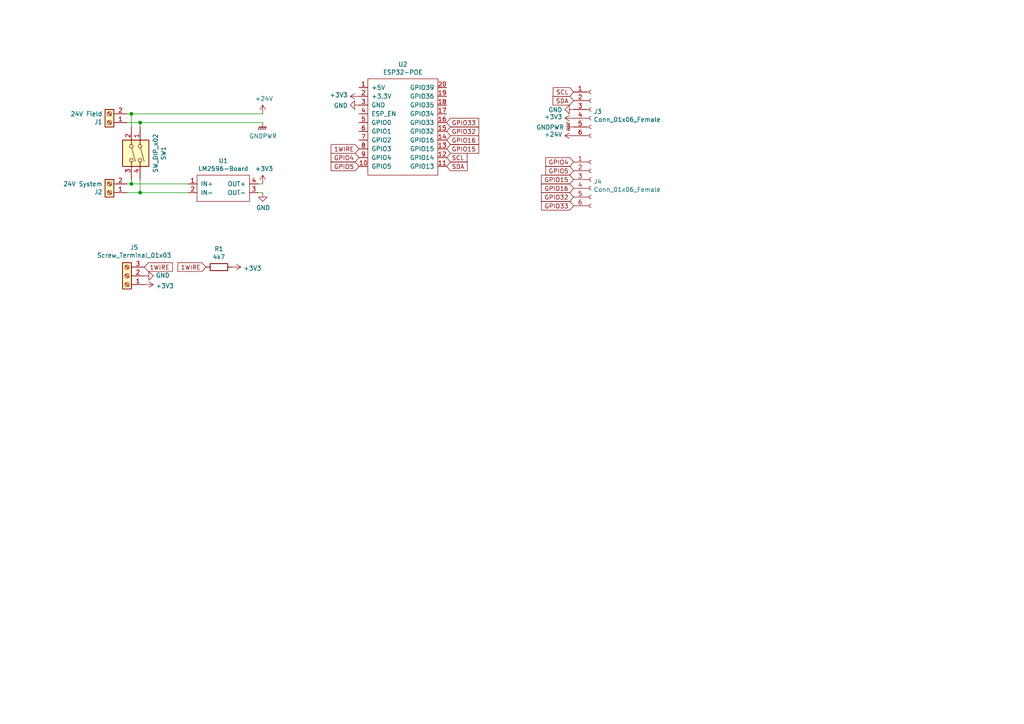
<source format=kicad_sch>
(kicad_sch (version 20210621) (generator eeschema)
  (paper "A4")
  (lib_symbols
    (symbol "Connector:Conn_01x06_Female" (pin_names (offset 1.016) hide)
      (property "Reference" "J" (at 0 7.62 0))
      (property "Value" "Conn_01x06_Female" (at 0 -10.16 0))
      (symbol "Conn_01x06_Female_1_1"
        (arc (start 0 -7.112) (end 0 -8.128) (radius (at 0 -7.62) (length 0.508) (angles 90.1 -90.1)) (stroke (width 0.1524)))
        (arc (start 0 -4.572) (end 0 -5.588) (radius (at 0 -5.08) (length 0.508) (angles 90.1 -90.1)) (stroke (width 0.1524)))
        (arc (start 0 -2.032) (end 0 -3.048) (radius (at 0 -2.54) (length 0.508) (angles 90.1 -90.1)) (stroke (width 0.1524)))
        (arc (start 0 0.508) (end 0 -0.508) (radius (at 0 0) (length 0.508) (angles 90.1 -90.1)) (stroke (width 0.1524)))
        (arc (start 0 3.048) (end 0 2.032) (radius (at 0 2.54) (length 0.508) (angles 90.1 -90.1)) (stroke (width 0.1524)))
        (arc (start 0 5.588) (end 0 4.572) (radius (at 0 5.08) (length 0.508) (angles 90.1 -90.1)) (stroke (width 0.1524)))
        (polyline (pts (xy -1.27 -7.62) (xy -0.508 -7.62)) (stroke (width 0.1524)))
        (polyline (pts (xy -1.27 -5.08) (xy -0.508 -5.08)) (stroke (width 0.1524)))
        (polyline (pts (xy -1.27 -2.54) (xy -0.508 -2.54)) (stroke (width 0.1524)))
        (polyline (pts (xy -1.27 0) (xy -0.508 0)) (stroke (width 0.1524)))
        (polyline (pts (xy -1.27 2.54) (xy -0.508 2.54)) (stroke (width 0.1524)))
        (polyline (pts (xy -1.27 5.08) (xy -0.508 5.08)) (stroke (width 0.1524)))
        (pin passive line (at -5.08 5.08 0) (length 3.81) (name "Pin_1") (number "1"))
        (pin passive line (at -5.08 2.54 0) (length 3.81) (name "Pin_2") (number "2"))
        (pin passive line (at -5.08 0 0) (length 3.81) (name "Pin_3") (number "3"))
        (pin passive line (at -5.08 -2.54 0) (length 3.81) (name "Pin_4") (number "4"))
        (pin passive line (at -5.08 -5.08 0) (length 3.81) (name "Pin_5") (number "5"))
        (pin passive line (at -5.08 -7.62 0) (length 3.81) (name "Pin_6") (number "6"))
      )
    )
    (symbol "Connector:Screw_Terminal_01x02" (pin_names (offset 1.016) hide)
      (property "Reference" "J" (at 0 2.54 0))
      (property "Value" "Screw_Terminal_01x02" (at 0 -5.08 0))
      (symbol "Screw_Terminal_01x02_1_1"
        (circle (center 0 -2.54) (radius 0.635) (stroke (width 0.1524)))
        (circle (center 0 0) (radius 0.635) (stroke (width 0.1524)))
        (rectangle (start -1.27 1.27) (end 1.27 -3.81) (stroke (width 0.254)) (fill (type background)))
        (polyline (pts (xy -0.5334 -2.2098) (xy 0.3302 -3.048)) (stroke (width 0.1524)))
        (polyline (pts (xy -0.5334 0.3302) (xy 0.3302 -0.508)) (stroke (width 0.1524)))
        (polyline (pts (xy -0.3556 -2.032) (xy 0.508 -2.8702)) (stroke (width 0.1524)))
        (polyline (pts (xy -0.3556 0.508) (xy 0.508 -0.3302)) (stroke (width 0.1524)))
        (pin passive line (at -5.08 0 0) (length 3.81) (name "Pin_1") (number "1"))
        (pin passive line (at -5.08 -2.54 0) (length 3.81) (name "Pin_2") (number "2"))
      )
    )
    (symbol "Connector:Screw_Terminal_01x03" (pin_names (offset 1.016) hide)
      (property "Reference" "J" (at 0 5.08 0))
      (property "Value" "Screw_Terminal_01x03" (at 0 -5.08 0))
      (symbol "Screw_Terminal_01x03_1_1"
        (circle (center 0 -2.54) (radius 0.635) (stroke (width 0.1524)))
        (circle (center 0 0) (radius 0.635) (stroke (width 0.1524)))
        (circle (center 0 2.54) (radius 0.635) (stroke (width 0.1524)))
        (rectangle (start -1.27 3.81) (end 1.27 -3.81) (stroke (width 0.254)) (fill (type background)))
        (polyline (pts (xy -0.5334 -2.2098) (xy 0.3302 -3.048)) (stroke (width 0.1524)))
        (polyline (pts (xy -0.5334 0.3302) (xy 0.3302 -0.508)) (stroke (width 0.1524)))
        (polyline (pts (xy -0.5334 2.8702) (xy 0.3302 2.032)) (stroke (width 0.1524)))
        (polyline (pts (xy -0.3556 -2.032) (xy 0.508 -2.8702)) (stroke (width 0.1524)))
        (polyline (pts (xy -0.3556 0.508) (xy 0.508 -0.3302)) (stroke (width 0.1524)))
        (polyline (pts (xy -0.3556 3.048) (xy 0.508 2.2098)) (stroke (width 0.1524)))
        (pin passive line (at -5.08 2.54 0) (length 3.81) (name "Pin_1") (number "1"))
        (pin passive line (at -5.08 0 0) (length 3.81) (name "Pin_2") (number "2"))
        (pin passive line (at -5.08 -2.54 0) (length 3.81) (name "Pin_3") (number "3"))
      )
    )
    (symbol "Device:R" (pin_numbers hide) (pin_names (offset 0))
      (property "Reference" "R" (at 2.032 0 90))
      (property "Value" "R" (at 0 0 90))
      (symbol "R_0_1"
        (rectangle (start -1.016 -2.54) (end 1.016 2.54) (stroke (width 0.254)))
      )
      (symbol "R_1_1"
        (pin passive line (at 0 3.81 270) (length 1.27) (name "~") (number "1"))
        (pin passive line (at 0 -3.81 90) (length 1.27) (name "~") (number "2"))
      )
    )
    (symbol "Switch:SW_DIP_x02" (pin_names (offset 0) hide)
      (property "Reference" "SW" (at 0 6.35 0))
      (property "Value" "SW_DIP_x02" (at 0 -3.81 0))
      (symbol "SW_DIP_x02_0_0"
        (circle (center -2.032 0) (radius 0.508))
        (circle (center -2.032 2.54) (radius 0.508))
        (circle (center 2.032 0) (radius 0.508))
        (circle (center 2.032 2.54) (radius 0.508))
        (polyline (pts (xy -1.524 0.127) (xy 2.3622 1.1684)))
        (polyline (pts (xy -1.524 2.667) (xy 2.3622 3.7084)))
      )
      (symbol "SW_DIP_x02_0_1"
        (rectangle (start -3.81 5.08) (end 3.81 -2.54) (stroke (width 0.254)) (fill (type background)))
      )
      (symbol "SW_DIP_x02_1_1"
        (pin passive line (at -7.62 2.54 0) (length 5.08) (name "~") (number "1"))
        (pin passive line (at -7.62 0 0) (length 5.08) (name "~") (number "2"))
        (pin passive line (at 7.62 0 180) (length 5.08) (name "~") (number "3"))
        (pin passive line (at 7.62 2.54 180) (length 5.08) (name "~") (number "4"))
      )
    )
    (symbol "boards:LM2596-Board" (pin_names (offset 1.016))
      (property "Reference" "U" (at -6.35 5.08 0))
      (property "Value" "LM2596-Board" (at 0 -5.08 0))
      (symbol "LM2596-Board_0_1"
        (rectangle (start -7.62 3.81) (end 7.62 -3.81))
      )
      (symbol "LM2596-Board_1_1"
        (pin power_in line (at -10.16 1.27 0) (length 2.54) (name "IN+") (number "1"))
        (pin power_in line (at -10.16 -1.27 0) (length 2.54) (name "IN-") (number "2"))
        (pin power_out line (at 10.16 -1.27 180) (length 2.54) (name "OUT-") (number "3"))
        (pin power_out line (at 10.16 1.27 180) (length 2.54) (name "OUT+") (number "4"))
      )
    )
    (symbol "olimex:ESP32-POE" (pin_names (offset 1.016))
      (property "Reference" "U" (at -8.89 15.24 0))
      (property "Value" "ESP32-POE" (at 5.08 -15.24 0))
      (symbol "ESP32-POE_0_1"
        (rectangle (start -10.16 13.97) (end 10.16 -13.97))
      )
      (symbol "ESP32-POE_1_1"
        (pin power_in line (at -12.7 11.43 0) (length 2.54) (name "+5V") (number "1"))
        (pin bidirectional line (at -12.7 -11.43 0) (length 2.54) (name "GPIO5") (number "10"))
        (pin bidirectional line (at 12.7 -11.43 180) (length 2.54) (name "GPIO13") (number "11"))
        (pin bidirectional line (at 12.7 -8.89 180) (length 2.54) (name "GPIO14") (number "12"))
        (pin bidirectional line (at 12.7 -6.35 180) (length 2.54) (name "GPIO15") (number "13"))
        (pin bidirectional line (at 12.7 -3.81 180) (length 2.54) (name "GPIO16") (number "14"))
        (pin bidirectional line (at 12.7 -1.27 180) (length 2.54) (name "GPIO32") (number "15"))
        (pin bidirectional line (at 12.7 1.27 180) (length 2.54) (name "GPIO33") (number "16"))
        (pin bidirectional line (at 12.7 3.81 180) (length 2.54) (name "GPIO34") (number "17"))
        (pin bidirectional line (at 12.7 6.35 180) (length 2.54) (name "GPIO35") (number "18"))
        (pin bidirectional line (at 12.7 8.89 180) (length 2.54) (name "GPIO36") (number "19"))
        (pin power_in line (at -12.7 8.89 0) (length 2.54) (name "+3.3V") (number "2"))
        (pin bidirectional line (at 12.7 11.43 180) (length 2.54) (name "GPIO39") (number "20"))
        (pin power_in line (at -12.7 6.35 0) (length 2.54) (name "GND") (number "3"))
        (pin bidirectional line (at -12.7 3.81 0) (length 2.54) (name "ESP_EN") (number "4"))
        (pin bidirectional line (at -12.7 1.27 0) (length 2.54) (name "GPIO0") (number "5"))
        (pin bidirectional line (at -12.7 -1.27 0) (length 2.54) (name "GPIO1") (number "6"))
        (pin bidirectional line (at -12.7 -3.81 0) (length 2.54) (name "GPIO2") (number "7"))
        (pin bidirectional line (at -12.7 -6.35 0) (length 2.54) (name "GPIO3") (number "8"))
        (pin bidirectional line (at -12.7 -8.89 0) (length 2.54) (name "GPIO4") (number "9"))
      )
    )
    (symbol "power:+24V" (power) (pin_names (offset 0))
      (property "Value" "+24V" (at 0 3.556 0))
      (symbol "+24V_0_1"
        (polyline (pts (xy -0.762 1.27) (xy 0 2.54)))
        (polyline (pts (xy 0 0) (xy 0 2.54)))
        (polyline (pts (xy 0 2.54) (xy 0.762 1.27)))
      )
      (symbol "+24V_1_1"
        (pin power_in line (at 0 0 90) (length 0) hide (name "+24V") (number "1"))
      )
    )
    (symbol "power:+3.3V" (power) (pin_names (offset 0))
      (property "Value" "+3.3V" (at 0 3.556 0))
      (symbol "+3.3V_0_1"
        (polyline (pts (xy -0.762 1.27) (xy 0 2.54)))
        (polyline (pts (xy 0 0) (xy 0 2.54)))
        (polyline (pts (xy 0 2.54) (xy 0.762 1.27)))
      )
      (symbol "+3.3V_1_1"
        (pin power_in line (at 0 0 90) (length 0) hide (name "+3V3") (number "1"))
      )
    )
    (symbol "power:GND" (power) (pin_names (offset 0))
      (property "Value" "GND" (at 0 -3.81 0))
      (symbol "GND_0_1"
        (polyline (pts (xy 0 0) (xy 0 -1.27) (xy 1.27 -1.27) (xy 0 -2.54) (xy -1.27 -1.27) (xy 0 -1.27)))
      )
      (symbol "GND_1_1"
        (pin power_in line (at 0 0 270) (length 0) hide (name "GND") (number "1"))
      )
    )
    (symbol "power:GNDPWR" (power) (pin_names (offset 0))
      (property "Value" "GNDPWR" (at 0 -3.302 0))
      (symbol "GNDPWR_0_1"
        (polyline (pts (xy 0 -1.27) (xy 0 0)))
        (polyline (pts (xy -1.016 -1.27) (xy -1.27 -2.032) (xy -1.27 -2.032)) (stroke (width 0.2032)))
        (polyline (pts (xy -0.508 -1.27) (xy -0.762 -2.032) (xy -0.762 -2.032)) (stroke (width 0.2032)))
        (polyline (pts (xy 0 -1.27) (xy -0.254 -2.032) (xy -0.254 -2.032)) (stroke (width 0.2032)))
        (polyline (pts (xy 0.508 -1.27) (xy 0.254 -2.032) (xy 0.254 -2.032)) (stroke (width 0.2032)))
        (polyline (pts (xy 1.016 -1.27) (xy -1.016 -1.27) (xy -1.016 -1.27)) (stroke (width 0.2032)))
        (polyline (pts (xy 1.016 -1.27) (xy 0.762 -2.032) (xy 0.762 -2.032) (xy 0.762 -2.032)) (stroke (width 0.2032)))
      )
      (symbol "GNDPWR_1_1"
        (pin power_in line (at 0 0 270) (length 0) hide (name "GNDPWR") (number "1"))
      )
    )
  )
  (junction (at 38.1 33.02) (diameter 0.9144))
  (junction (at 38.1 53.34) (diameter 0.9144))
  (junction (at 40.64 35.56) (diameter 0.9144))
  (junction (at 40.64 55.88) (diameter 0.9144))
  (wire (pts (xy 36.83 33.02) (xy 38.1 33.02)))
  (wire (pts (xy 36.83 35.56) (xy 40.64 35.56)))
  (wire (pts (xy 36.83 53.34) (xy 38.1 53.34)))
  (wire (pts (xy 36.83 55.88) (xy 40.64 55.88)))
  (wire (pts (xy 38.1 33.02) (xy 38.1 36.83)))
  (wire (pts (xy 38.1 33.02) (xy 76.2 33.02)))
  (wire (pts (xy 38.1 52.07) (xy 38.1 53.34)))
  (wire (pts (xy 38.1 53.34) (xy 54.61 53.34)))
  (wire (pts (xy 40.64 35.56) (xy 40.64 36.83)))
  (wire (pts (xy 40.64 35.56) (xy 76.2 35.56)))
  (wire (pts (xy 40.64 52.07) (xy 40.64 55.88)))
  (wire (pts (xy 40.64 55.88) (xy 54.61 55.88)))
  (wire (pts (xy 76.2 53.34) (xy 74.93 53.34)))
  (wire (pts (xy 76.2 55.88) (xy 74.93 55.88)))
  (global_label "1WIRE" (shape input) (at 41.91 77.47 0) (property "Intersheet References" "${INTERSHEET_REFS}" (effects hide)))
  (global_label "1WIRE" (shape input) (at 59.69 77.47 180) (property "Intersheet References" "${INTERSHEET_REFS}" (effects hide)))
  (global_label "1WIRE" (shape input) (at 104.14 43.18 180) (property "Intersheet References" "${INTERSHEET_REFS}" (effects hide)))
  (global_label "GPIO4" (shape input) (at 104.14 45.72 180) (property "Intersheet References" "${INTERSHEET_REFS}" (effects hide)))
  (global_label "GPIO5" (shape input) (at 104.14 48.26 180) (property "Intersheet References" "${INTERSHEET_REFS}" (effects hide)))
  (global_label "GPIO33" (shape input) (at 129.54 35.56 0) (property "Intersheet References" "${INTERSHEET_REFS}" (effects hide)))
  (global_label "GPIO32" (shape input) (at 129.54 38.1 0) (property "Intersheet References" "${INTERSHEET_REFS}" (effects hide)))
  (global_label "GPIO16" (shape input) (at 129.54 40.64 0) (property "Intersheet References" "${INTERSHEET_REFS}" (effects hide)))
  (global_label "GPIO15" (shape input) (at 129.54 43.18 0) (property "Intersheet References" "${INTERSHEET_REFS}" (effects hide)))
  (global_label "SCL" (shape input) (at 129.54 45.72 0) (property "Intersheet References" "${INTERSHEET_REFS}" (effects hide)))
  (global_label "SDA" (shape input) (at 129.54 48.26 0) (property "Intersheet References" "${INTERSHEET_REFS}" (effects hide)))
  (global_label "SCL" (shape input) (at 166.37 26.67 180) (property "Intersheet References" "${INTERSHEET_REFS}" (effects hide)))
  (global_label "SDA" (shape input) (at 166.37 29.21 180) (property "Intersheet References" "${INTERSHEET_REFS}" (effects hide)))
  (global_label "GPIO4" (shape input) (at 166.37 46.99 180) (property "Intersheet References" "${INTERSHEET_REFS}" (effects hide)))
  (global_label "GPIO5" (shape input) (at 166.37 49.53 180) (property "Intersheet References" "${INTERSHEET_REFS}" (effects hide)))
  (global_label "GPIO15" (shape input) (at 166.37 52.07 180) (property "Intersheet References" "${INTERSHEET_REFS}" (effects hide)))
  (global_label "GPIO16" (shape input) (at 166.37 54.61 180) (property "Intersheet References" "${INTERSHEET_REFS}" (effects hide)))
  (global_label "GPIO32" (shape input) (at 166.37 57.15 180) (property "Intersheet References" "${INTERSHEET_REFS}" (effects hide)))
  (global_label "GPIO33" (shape input) (at 166.37 59.69 180) (property "Intersheet References" "${INTERSHEET_REFS}" (effects hide)))
  (symbol (lib_id "power:+3.3V") (at 41.91 82.55 270) (unit 1)
    (property "Reference" "#PWR02" (effects hide))
    (property "Value" "+3.3V" (at 45.1612 82.931 90) (effects (justify left)))
  )
  (symbol (lib_id "power:+3.3V") (at 67.31 77.47 270) (unit 1)
    (property "Reference" "#PWR03" (effects hide))
    (property "Value" "+3.3V" (at 70.5612 77.851 90) (effects (justify left)))
  )
  (symbol (lib_id "power:+24V") (at 76.2 33.02 0) (unit 1)
    (property "Reference" "#PWR04" (effects hide))
    (property "Value" "+24V" (at 76.581 28.6258 0))
  )
  (symbol (lib_id "power:+3.3V") (at 76.2 53.34 0) (unit 1)
    (property "Reference" "#PWR06" (effects hide))
    (property "Value" "+3.3V" (at 76.581 48.9458 0))
  )
  (symbol (lib_id "power:+3.3V") (at 104.14 27.94 90) (unit 1)
    (property "Reference" "#PWR08" (effects hide))
    (property "Value" "+3.3V" (at 100.8888 27.559 90) (effects (justify left)))
  )
  (symbol (lib_id "power:+3.3V") (at 166.37 34.29 90) (unit 1)
    (property "Reference" "#PWR011" (effects hide))
    (property "Value" "+3.3V" (at 163.1188 33.909 90) (effects (justify left)))
  )
  (symbol (lib_id "power:+24V") (at 166.37 39.37 90) (unit 1)
    (property "Reference" "#PWR013" (effects hide))
    (property "Value" "+24V" (at 163.1188 38.989 90) (effects (justify left)))
  )
  (symbol (lib_id "power:GNDPWR") (at 76.2 35.56 0) (unit 1)
    (property "Reference" "#PWR05" (effects hide))
    (property "Value" "GNDPWR" (at 76.3016 39.4716 0))
  )
  (symbol (lib_id "power:GNDPWR") (at 166.37 36.83 270) (unit 1)
    (property "Reference" "#PWR012" (effects hide))
    (property "Value" "GNDPWR" (at 163.6014 36.9316 90) (effects (justify right)))
  )
  (symbol (lib_id "power:GND") (at 41.91 80.01 90) (unit 1)
    (property "Reference" "#PWR01" (effects hide))
    (property "Value" "GND" (at 45.1612 79.883 90) (effects (justify right)))
  )
  (symbol (lib_id "power:GND") (at 76.2 55.88 0) (unit 1)
    (property "Reference" "#PWR07" (effects hide))
    (property "Value" "GND" (at 76.327 60.2742 0))
  )
  (symbol (lib_id "power:GND") (at 104.14 30.48 270) (unit 1)
    (property "Reference" "#PWR09" (effects hide))
    (property "Value" "GND" (at 100.8888 30.607 90) (effects (justify right)))
  )
  (symbol (lib_id "power:GND") (at 166.37 31.75 270) (unit 1)
    (property "Reference" "#PWR010" (effects hide))
    (property "Value" "GND" (at 163.1188 31.877 90) (effects (justify right)))
  )
  (symbol (lib_id "Device:R") (at 63.5 77.47 270) (unit 1)
    (property "Reference" "R1" (at 63.5 72.2122 90))
    (property "Value" "4k7" (at 63.5 74.5236 90))
    (property "Footprint" "Resistor_THT:R_Axial_DIN0207_L6.3mm_D2.5mm_P7.62mm_Horizontal" (effects hide))
  )
  (symbol (lib_id "Connector:Screw_Terminal_01x02") (at 31.75 35.56 180) (unit 1)
    (property "Reference" "J1" (at 29.718 35.3568 0) (effects (justify left)))
    (property "Value" "24V Field" (at 29.718 33.0454 0) (effects (justify left)))
    (property "Footprint" "TerminalBlock:TerminalBlock_bornier-2_P5.08mm" (effects hide))
  )
  (symbol (lib_id "Connector:Screw_Terminal_01x02") (at 31.75 55.88 180) (unit 1)
    (property "Reference" "J2" (at 29.718 55.6768 0) (effects (justify left)))
    (property "Value" "24V System" (at 29.718 53.3654 0) (effects (justify left)))
    (property "Footprint" "TerminalBlock:TerminalBlock_bornier-2_P5.08mm" (effects hide))
  )
  (symbol (lib_id "Connector:Screw_Terminal_01x03") (at 36.83 80.01 180) (unit 1)
    (property "Reference" "J5" (at 38.9128 71.755 0))
    (property "Value" "Screw_Terminal_01x03" (at 38.9128 74.0664 0))
    (property "Footprint" "TerminalBlock:TerminalBlock_bornier-3_P5.08mm" (effects hide))
  )
  (symbol (lib_id "Connector:Conn_01x06_Female") (at 171.45 31.75 0) (unit 1)
    (property "Reference" "J3" (at 172.1612 32.3596 0) (effects (justify left)))
    (property "Value" "Conn_01x06_Female" (at 172.1612 34.671 0) (effects (justify left)))
    (property "Footprint" "Connector_PinSocket_2.54mm:PinSocket_1x06_P2.54mm_Horizontal" (effects hide))
  )
  (symbol (lib_id "Connector:Conn_01x06_Female") (at 171.45 52.07 0) (unit 1)
    (property "Reference" "J4" (at 172.1612 52.6796 0) (effects (justify left)))
    (property "Value" "Conn_01x06_Female" (at 172.1612 54.991 0) (effects (justify left)))
    (property "Footprint" "Connector_PinSocket_2.54mm:PinSocket_1x06_P2.54mm_Horizontal" (effects hide))
  )
  (symbol (lib_id "Switch:SW_DIP_x02") (at 38.1 44.45 270) (unit 1)
    (property "Reference" "SW1" (at 47.4218 44.45 0))
    (property "Value" "SW_DIP_x02" (at 45.1104 44.45 0))
    (property "Footprint" "Button_Switch_THT:SW_DIP_SPSTx02_Slide_9.78x7.26mm_W7.62mm_P2.54mm" (effects hide))
  )
  (symbol (lib_id "boards:LM2596-Board") (at 64.77 54.61 0) (unit 1)
    (property "Reference" "U1" (at 64.77 46.609 0))
    (property "Value" "LM2596-Board" (at 64.77 48.9204 0))
    (property "Footprint" "boards:LM2596-Board" (effects hide))
  )
  (symbol (lib_id "olimex:ESP32-POE") (at 116.84 36.83 0) (unit 1)
    (property "Reference" "U2" (at 116.84 18.669 0))
    (property "Value" "ESP32-POE" (at 116.84 20.9804 0))
    (property "Footprint" "olimex:ESP32-POE" (effects hide))
  )
)
</source>
